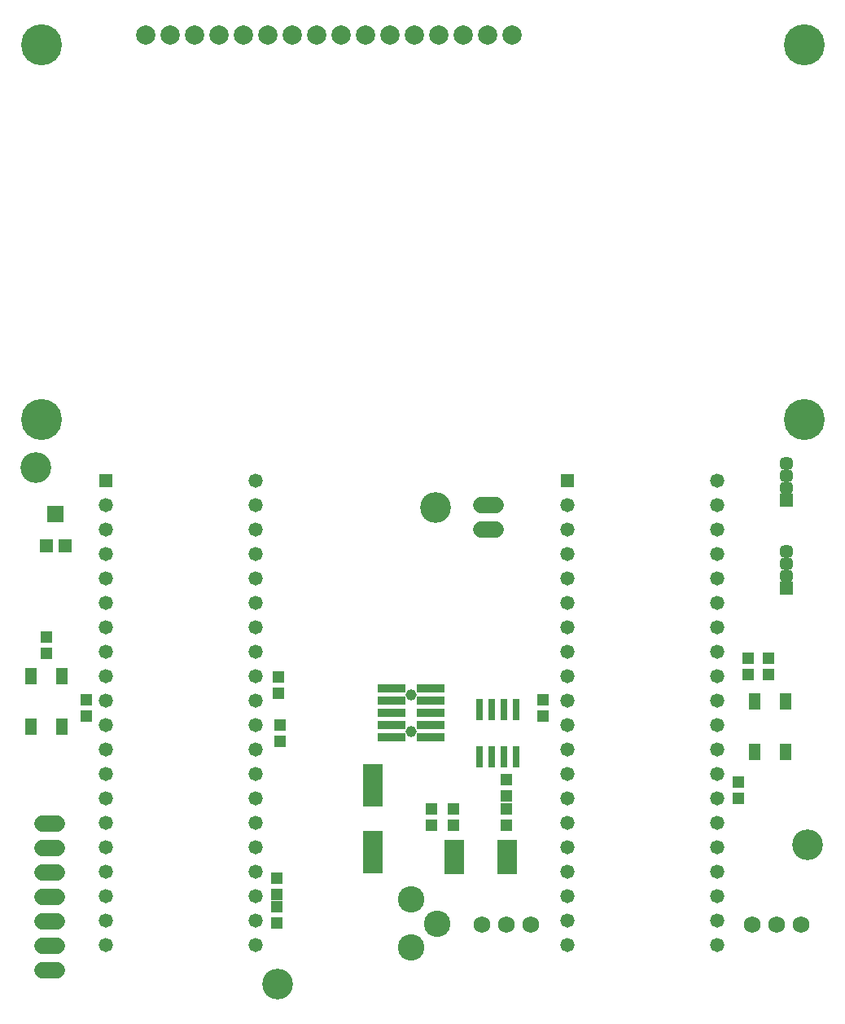
<source format=gbr>
G04 EAGLE Gerber RS-274X export*
G75*
%MOMM*%
%FSLAX34Y34*%
%LPD*%
%INSoldermask Top*%
%IPPOS*%
%AMOC8*
5,1,8,0,0,1.08239X$1,22.5*%
G01*
%ADD10C,3.203200*%
%ADD11R,1.470200X1.470200*%
%ADD12C,1.470200*%
%ADD13R,2.993200X0.943200*%
%ADD14C,1.173200*%
%ADD15R,1.203200X1.753200*%
%ADD16R,1.303200X1.203200*%
%ADD17C,1.733200*%
%ADD18R,0.762000X2.184400*%
%ADD19R,2.057400X3.606800*%
%ADD20C,2.753200*%
%ADD21R,1.203200X1.303200*%
%ADD22R,1.403200X1.403200*%
%ADD23R,1.803200X1.703200*%
%ADD24R,1.451200X1.451200*%
%ADD25C,1.451200*%
%ADD26C,1.727200*%
%ADD27R,2.003200X4.403200*%
%ADD28C,2.003200*%
%ADD29C,4.253200*%


D10*
X-139000Y-362000D03*
X-391000Y175000D03*
X412000Y-217000D03*
X25000Y133000D03*
D11*
X-317790Y161300D03*
D12*
X-317790Y135900D03*
X-317790Y110500D03*
X-317790Y85100D03*
X-317790Y59700D03*
X-317790Y34300D03*
X-317790Y8900D03*
X-317790Y-16500D03*
X-317790Y-41900D03*
X-317790Y-67300D03*
X-317790Y-92700D03*
X-317790Y-118100D03*
X-317790Y-143500D03*
X-317790Y-168900D03*
X-317790Y-194300D03*
X-317790Y-219700D03*
X-317790Y-245100D03*
X-317790Y-270500D03*
X-317790Y-295900D03*
X-317790Y-321300D03*
X-162210Y-321300D03*
X-162210Y-295900D03*
X-162210Y-270500D03*
X-162210Y-245100D03*
X-162210Y-219700D03*
X-162210Y-194300D03*
X-162210Y-168900D03*
X-162210Y-143500D03*
X-162210Y-118100D03*
X-162210Y-92700D03*
X-162210Y-67300D03*
X-162210Y-41900D03*
X-162210Y-16500D03*
X-162210Y8900D03*
X-162210Y34300D03*
X-162210Y59700D03*
X-162210Y85100D03*
X-162210Y110500D03*
X-162210Y135900D03*
X-162210Y161300D03*
D13*
X20350Y-105400D03*
X-20350Y-105400D03*
X20350Y-92700D03*
X-20350Y-92700D03*
X20350Y-80000D03*
X-20350Y-80000D03*
X20350Y-67300D03*
X-20350Y-67300D03*
X20350Y-54600D03*
X-20350Y-54600D03*
D14*
X0Y-99050D03*
X0Y-60950D03*
D15*
X-364000Y-41750D03*
X-396000Y-41750D03*
X-396000Y-94250D03*
X-364000Y-94250D03*
D16*
X-380000Y-18500D03*
X-380000Y-1500D03*
X-140000Y-268500D03*
X-140000Y-251500D03*
X-140000Y-298500D03*
X-140000Y-281500D03*
D11*
X162210Y161300D03*
D12*
X162210Y135900D03*
X162210Y110500D03*
X162210Y85100D03*
X162210Y59700D03*
X162210Y34300D03*
X162210Y8900D03*
X162210Y-16500D03*
X162210Y-41900D03*
X162210Y-67300D03*
X162210Y-92700D03*
X162210Y-118100D03*
X162210Y-143500D03*
X162210Y-168900D03*
X162210Y-194300D03*
X162210Y-219700D03*
X162210Y-245100D03*
X162210Y-270500D03*
X162210Y-295900D03*
X162210Y-321300D03*
X317790Y-321300D03*
X317790Y-295900D03*
X317790Y-270500D03*
X317790Y-245100D03*
X317790Y-219700D03*
X317790Y-194300D03*
X317790Y-168900D03*
X317790Y-143500D03*
X317790Y-118100D03*
X317790Y-92700D03*
X317790Y-67300D03*
X317790Y-41900D03*
X317790Y-16500D03*
X317790Y8900D03*
X317790Y34300D03*
X317790Y59700D03*
X317790Y85100D03*
X317790Y110500D03*
X317790Y135900D03*
X317790Y161300D03*
D15*
X389000Y-67750D03*
X357000Y-67750D03*
X357000Y-120250D03*
X389000Y-120250D03*
D16*
X371000Y-40500D03*
X371000Y-23500D03*
D17*
X124400Y-300000D03*
X99000Y-300000D03*
X73600Y-300000D03*
X405400Y-300000D03*
X380000Y-300000D03*
X354600Y-300000D03*
D18*
X109050Y-76362D03*
X96350Y-76362D03*
X83650Y-76362D03*
X70950Y-76362D03*
X70950Y-125638D03*
X83650Y-125638D03*
X96350Y-125638D03*
X109050Y-125638D03*
D19*
X44822Y-230000D03*
X99178Y-230000D03*
D16*
X44000Y-196500D03*
X44000Y-179500D03*
X99000Y-196500D03*
X99000Y-179500D03*
X99000Y-166500D03*
X99000Y-149500D03*
X21000Y-196500D03*
X21000Y-179500D03*
D20*
X0Y-274000D03*
X0Y-324000D03*
X27000Y-299000D03*
D21*
X-137000Y-92500D03*
X-137000Y-109500D03*
X-138000Y-42500D03*
X-138000Y-59500D03*
X350000Y-40500D03*
X350000Y-23500D03*
X-338000Y-66500D03*
X-338000Y-83500D03*
D22*
X-380000Y94000D03*
D23*
X-370000Y126500D03*
D22*
X-360000Y94000D03*
D21*
X137000Y-66500D03*
X137000Y-83500D03*
X340000Y-151500D03*
X340000Y-168500D03*
D24*
X390000Y50000D03*
D25*
X390000Y62700D03*
X390000Y75400D03*
X390000Y88100D03*
D26*
X-368380Y-194800D02*
X-383620Y-194800D01*
X-383620Y-220200D02*
X-368380Y-220200D01*
X-368380Y-245600D02*
X-383620Y-245600D01*
X-383620Y-271000D02*
X-368380Y-271000D01*
X-368380Y-296400D02*
X-383620Y-296400D01*
X-383620Y-321800D02*
X-368380Y-321800D01*
X-368380Y-347200D02*
X-383620Y-347200D01*
D24*
X390000Y141000D03*
D25*
X390000Y153700D03*
X390000Y166400D03*
X390000Y179100D03*
D27*
X-40000Y-224500D03*
X-40000Y-155500D03*
D28*
X-276600Y624580D03*
X-251200Y624580D03*
X-225800Y624580D03*
X-200400Y624580D03*
X-175000Y624580D03*
X-149600Y624580D03*
X-124200Y624580D03*
X-98800Y624580D03*
X-73400Y624580D03*
X-48000Y624580D03*
X-22600Y624580D03*
X2800Y624580D03*
X28200Y624580D03*
X53600Y624580D03*
X79000Y624580D03*
X104400Y624580D03*
D29*
X-384790Y224500D03*
X408500Y224500D03*
X408500Y614500D03*
X-384790Y614500D03*
D26*
X72380Y110300D02*
X87620Y110300D01*
X87620Y135700D02*
X72380Y135700D01*
M02*

</source>
